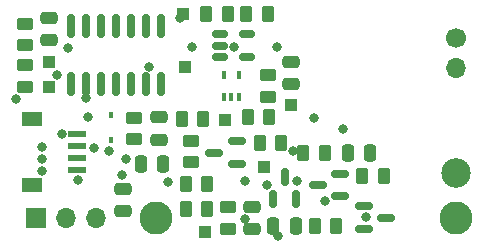
<source format=gbs>
G04 #@! TF.GenerationSoftware,KiCad,Pcbnew,8.99.0-1513-g7fef6e8d83*
G04 #@! TF.CreationDate,2024-06-23T17:30:35+12:00*
G04 #@! TF.ProjectId,SafePulse,53616665-5075-46c7-9365-2e6b69636164,V1.2.4*
G04 #@! TF.SameCoordinates,PX78d49e0PY49c7f08*
G04 #@! TF.FileFunction,Soldermask,Bot*
G04 #@! TF.FilePolarity,Negative*
%FSLAX46Y46*%
G04 Gerber Fmt 4.6, Leading zero omitted, Abs format (unit mm)*
G04 Created by KiCad (PCBNEW 8.99.0-1513-g7fef6e8d83) date 2024-06-23 17:30:35*
%MOMM*%
%LPD*%
G01*
G04 APERTURE LIST*
G04 Aperture macros list*
%AMRoundRect*
0 Rectangle with rounded corners*
0 $1 Rounding radius*
0 $2 $3 $4 $5 $6 $7 $8 $9 X,Y pos of 4 corners*
0 Add a 4 corners polygon primitive as box body*
4,1,4,$2,$3,$4,$5,$6,$7,$8,$9,$2,$3,0*
0 Add four circle primitives for the rounded corners*
1,1,$1+$1,$2,$3*
1,1,$1+$1,$4,$5*
1,1,$1+$1,$6,$7*
1,1,$1+$1,$8,$9*
0 Add four rect primitives between the rounded corners*
20,1,$1+$1,$2,$3,$4,$5,0*
20,1,$1+$1,$4,$5,$6,$7,0*
20,1,$1+$1,$6,$7,$8,$9,0*
20,1,$1+$1,$8,$9,$2,$3,0*%
G04 Aperture macros list end*
%ADD10R,1.550000X0.600000*%
%ADD11R,1.800000X1.200000*%
%ADD12C,1.700000*%
%ADD13O,1.700000X1.700000*%
%ADD14C,2.500000*%
%ADD15C,2.800000*%
%ADD16R,1.700000X1.700000*%
%ADD17R,1.000000X1.000000*%
%ADD18RoundRect,0.250000X-0.262500X-0.450000X0.262500X-0.450000X0.262500X0.450000X-0.262500X0.450000X0*%
%ADD19RoundRect,0.150000X0.587500X0.150000X-0.587500X0.150000X-0.587500X-0.150000X0.587500X-0.150000X0*%
%ADD20RoundRect,0.250000X0.262500X0.450000X-0.262500X0.450000X-0.262500X-0.450000X0.262500X-0.450000X0*%
%ADD21RoundRect,0.250000X-0.250000X-0.475000X0.250000X-0.475000X0.250000X0.475000X-0.250000X0.475000X0*%
%ADD22RoundRect,0.250000X-0.475000X0.250000X-0.475000X-0.250000X0.475000X-0.250000X0.475000X0.250000X0*%
%ADD23RoundRect,0.250000X0.450000X-0.262500X0.450000X0.262500X-0.450000X0.262500X-0.450000X-0.262500X0*%
%ADD24RoundRect,0.250000X-0.450000X0.262500X-0.450000X-0.262500X0.450000X-0.262500X0.450000X0.262500X0*%
%ADD25R,0.450000X0.600000*%
%ADD26RoundRect,0.150000X-0.587500X-0.150000X0.587500X-0.150000X0.587500X0.150000X-0.587500X0.150000X0*%
%ADD27RoundRect,0.150000X0.150000X-0.587500X0.150000X0.587500X-0.150000X0.587500X-0.150000X-0.587500X0*%
%ADD28RoundRect,0.150000X0.150000X-0.825000X0.150000X0.825000X-0.150000X0.825000X-0.150000X-0.825000X0*%
%ADD29RoundRect,0.250000X0.250000X0.475000X-0.250000X0.475000X-0.250000X-0.475000X0.250000X-0.475000X0*%
%ADD30RoundRect,0.150000X-0.512500X-0.150000X0.512500X-0.150000X0.512500X0.150000X-0.512500X0.150000X0*%
%ADD31RoundRect,0.250000X0.475000X-0.250000X0.475000X0.250000X-0.475000X0.250000X-0.475000X-0.250000X0*%
%ADD32R,0.400000X0.650000*%
%ADD33C,0.800000*%
G04 APERTURE END LIST*
D10*
X5275000Y5900000D03*
X5275000Y6900000D03*
X5275000Y7900000D03*
X5275000Y8900000D03*
D11*
X1450000Y4600000D03*
X1450000Y10200000D03*
D12*
X37360000Y17040000D03*
D13*
X37360000Y14500000D03*
D14*
X37360000Y5610000D03*
D15*
X37360000Y1800000D03*
X11960000Y1800000D03*
D16*
X1800000Y1800000D03*
D13*
X4340000Y1800000D03*
X6880000Y1800000D03*
D17*
X2900000Y12900000D03*
D18*
X14437500Y2600000D03*
X16262500Y2600000D03*
D17*
X23400000Y11365000D03*
D18*
X14437500Y4650000D03*
X16262500Y4650000D03*
D19*
X27507500Y5545000D03*
X27507500Y3645000D03*
X25632500Y4595000D03*
D17*
X14200000Y19100000D03*
D20*
X18012500Y19100000D03*
X16187500Y19100000D03*
D21*
X21850000Y1095000D03*
X23750000Y1095000D03*
D22*
X2900000Y18750000D03*
X2900000Y16850000D03*
D17*
X14400000Y14600000D03*
D21*
X28170000Y7345000D03*
X30070000Y7345000D03*
D23*
X14900000Y6537500D03*
X14900000Y8362500D03*
D24*
X18050000Y2712500D03*
X18050000Y887500D03*
D25*
X8100000Y10550000D03*
X8100000Y8450000D03*
D24*
X820000Y18257500D03*
X820000Y16432500D03*
D22*
X20050000Y2750000D03*
X20050000Y850000D03*
D26*
X29562500Y895000D03*
X29562500Y2795000D03*
X31437500Y1845000D03*
D18*
X19687500Y10341000D03*
X21512500Y10341000D03*
D27*
X23770000Y3407500D03*
X21870000Y3407500D03*
X22820000Y5282500D03*
D20*
X21412500Y19100000D03*
X19587500Y19100000D03*
D22*
X12200000Y10350000D03*
X12200000Y8450000D03*
X9150000Y4300000D03*
X9150000Y2400000D03*
D18*
X20699500Y8150000D03*
X22524500Y8150000D03*
D17*
X17800000Y10100000D03*
X16050000Y600000D03*
X21104000Y6118000D03*
D28*
X12380000Y13125000D03*
X11110000Y13125000D03*
X9840000Y13125000D03*
X8570000Y13125000D03*
X7300000Y13125000D03*
X6030000Y13125000D03*
X4760000Y13125000D03*
X4760000Y18075000D03*
X6030000Y18075000D03*
X7300000Y18075000D03*
X8570000Y18075000D03*
X9840000Y18075000D03*
X11110000Y18075000D03*
X12380000Y18075000D03*
D29*
X12520000Y6345000D03*
X10620000Y6345000D03*
D18*
X14095500Y10182000D03*
X15920500Y10182000D03*
D24*
X10100000Y10312500D03*
X10100000Y8487500D03*
D30*
X17362500Y15450000D03*
X17362500Y16400000D03*
X17362500Y17350000D03*
X19637500Y17350000D03*
X19637500Y15450000D03*
D18*
X29407500Y5345000D03*
X31232500Y5345000D03*
D17*
X2900000Y15000000D03*
D19*
X18757500Y8295000D03*
X18757500Y6395000D03*
X16882500Y7345000D03*
D20*
X26232500Y7345000D03*
X24407500Y7345000D03*
D31*
X23400000Y13115000D03*
X23400000Y15015000D03*
D23*
X820000Y12932500D03*
X820000Y14757500D03*
D24*
X21400000Y13912500D03*
X21400000Y12087500D03*
D20*
X27212500Y1095000D03*
X25387500Y1095000D03*
D32*
X18950000Y12026000D03*
X18300000Y12026000D03*
X17650000Y12026000D03*
X17650000Y13926000D03*
X18950000Y13926000D03*
D33*
X19446747Y1733798D03*
X18500000Y16251183D03*
X27800000Y9365000D03*
X23550000Y7463500D03*
X2250000Y7800000D03*
X15000000Y16300000D03*
X22161441Y16315130D03*
X11301303Y14625832D03*
X29750000Y1850000D03*
X7950000Y7450000D03*
X23900000Y4900000D03*
X5300000Y5000000D03*
X9400000Y6800000D03*
X4450000Y16200000D03*
X6150000Y10400000D03*
X100000Y11900000D03*
X12934500Y4848000D03*
X9064700Y5423900D03*
X6700000Y7750000D03*
X19450000Y4950000D03*
X22250000Y251500D03*
X2300000Y6800000D03*
X4000000Y8900000D03*
X2300000Y5800000D03*
X14000000Y18700000D03*
X6030000Y11970000D03*
X3550000Y13950000D03*
X21320000Y4595000D03*
X26219800Y3233400D03*
X25300000Y10300000D03*
M02*

</source>
